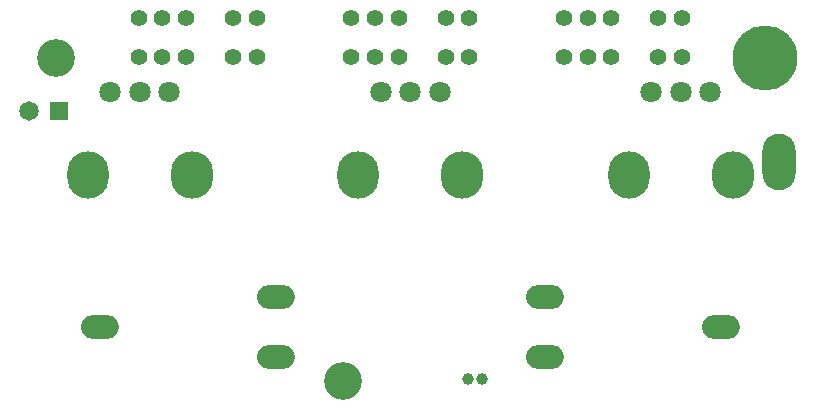
<source format=gbs>
G04 #@! TF.GenerationSoftware,KiCad,Pcbnew,7.0.9*
G04 #@! TF.CreationDate,2023-12-27T13:53:45+01:00*
G04 #@! TF.ProjectId,2023_PiezoPreamp,32303233-5f50-4696-957a-6f507265616d,2.2*
G04 #@! TF.SameCoordinates,PX2625a00PY1c22260*
G04 #@! TF.FileFunction,Soldermask,Bot*
G04 #@! TF.FilePolarity,Negative*
%FSLAX46Y46*%
G04 Gerber Fmt 4.6, Leading zero omitted, Abs format (unit mm)*
G04 Created by KiCad (PCBNEW 7.0.9) date 2023-12-27 13:53:45*
%MOMM*%
%LPD*%
G01*
G04 APERTURE LIST*
%ADD10C,5.500000*%
%ADD11C,1.000000*%
%ADD12C,1.800000*%
%ADD13O,3.600000X4.000000*%
%ADD14O,3.500000X4.000000*%
%ADD15C,1.400000*%
%ADD16C,3.200000*%
%ADD17R,1.650000X1.650000*%
%ADD18C,1.650000*%
%ADD19O,2.800000X4.800000*%
%ADD20O,3.204000X2.004000*%
G04 APERTURE END LIST*
D10*
X64000000Y-4500000D03*
D11*
X40100000Y-31700000D03*
X38850000Y-31700000D03*
D12*
X36500000Y-7400000D03*
X34000000Y-7400000D03*
X31500000Y-7400000D03*
D13*
X38400000Y-14400000D03*
D14*
X29600000Y-14400000D03*
D15*
X39000000Y-1100000D03*
X37000000Y-1100000D03*
X33000000Y-1100000D03*
X31000000Y-1100000D03*
X29000000Y-1100000D03*
X29000000Y-4400000D03*
X31000000Y-4400000D03*
X33000000Y-4400000D03*
X37000000Y-4400000D03*
X39000000Y-4400000D03*
D16*
X28300000Y-31900000D03*
D12*
X13600000Y-7400000D03*
X11100000Y-7400000D03*
X8600000Y-7400000D03*
D13*
X15500000Y-14400000D03*
D14*
X6700000Y-14400000D03*
D17*
X4270000Y-9000000D03*
D18*
X1730000Y-9000000D03*
D12*
X59400000Y-7400000D03*
X56900000Y-7400000D03*
X54400000Y-7400000D03*
D13*
X61300000Y-14400000D03*
D14*
X52500000Y-14400000D03*
D15*
X21000000Y-1100000D03*
X19000000Y-1100000D03*
X15000000Y-1100000D03*
X13000000Y-1100000D03*
X11000000Y-1100000D03*
X11000000Y-4400000D03*
X13000000Y-4400000D03*
X15000000Y-4400000D03*
X19000000Y-4400000D03*
X21000000Y-4400000D03*
X57000000Y-1100000D03*
X55000000Y-1100000D03*
X51000000Y-1100000D03*
X49000000Y-1100000D03*
X47000000Y-1100000D03*
X47000000Y-4400000D03*
X49000000Y-4400000D03*
X51000000Y-4400000D03*
X55000000Y-4400000D03*
X57000000Y-4400000D03*
D16*
X4000000Y-4500000D03*
D19*
X65200000Y-13300000D03*
D20*
X7700000Y-27300000D03*
X22600000Y-24800000D03*
X22600000Y-29800000D03*
X60300000Y-27300000D03*
X45400000Y-29800000D03*
X45400000Y-24800000D03*
M02*

</source>
